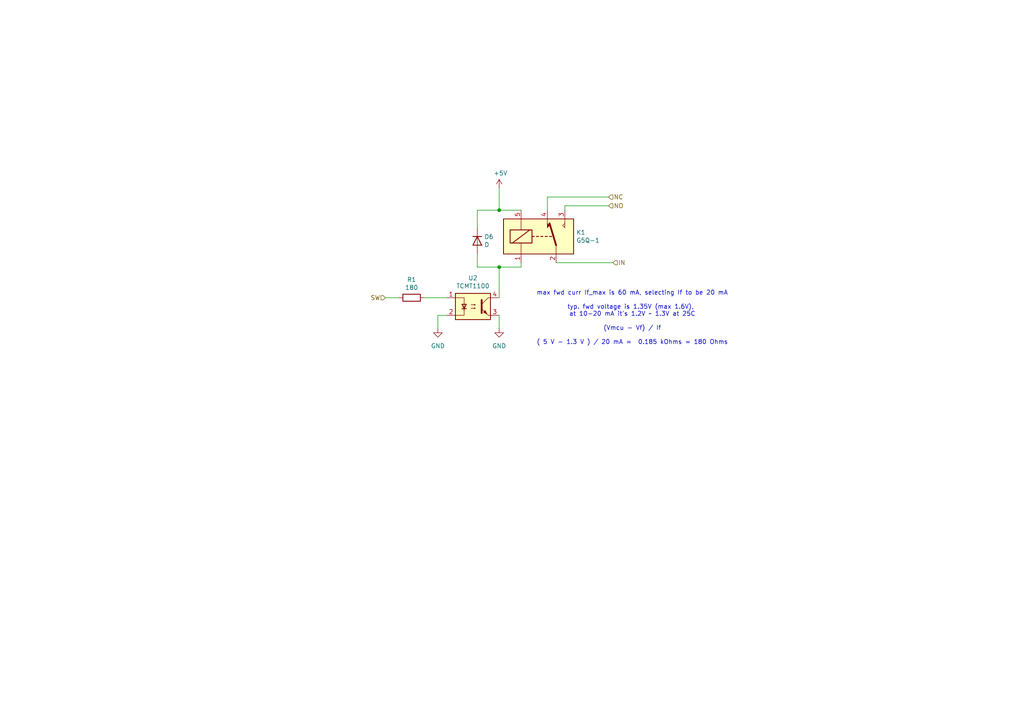
<source format=kicad_sch>
(kicad_sch (version 20231120) (generator "eeschema") (generator_version "8.0")
  (paper "A4")
  (lib_symbols
    (symbol "BREAD_Slice-rescue:R-OCI_UPL_1_Resistors" (pin_numbers hide) (pin_names (offset 0))
      (property "Reference" "R" (at 0 2.032 0))
      (property "Value" "R-OCI_UPL_1_Resistors" (at 0 0 0))
      (symbol "R-OCI_UPL_1_Resistors_0_1"
        (rectangle (start 2.54 -1.016) (end -2.54 1.016) (stroke (width 0.254)))
      )
      (symbol "R-OCI_UPL_1_Resistors_1_1"
        (pin passive line (at -3.81 0 0) (length 1.27) (name "~") (number "1"))
        (pin passive line (at 3.81 0 180) (length 1.27) (name "~") (number "2"))
      )
    )
    (symbol "Device:D" (pin_numbers hide) (pin_names (offset 1.016) hide)
      (property "Reference" "D" (at 0 2.54 0))
      (property "Value" "D" (at 0 -2.54 0))
      (symbol "D_0_1"
        (polyline (pts (xy -1.27 1.27) (xy -1.27 -1.27)) (stroke (width 0.254)))
        (polyline (pts (xy 1.27 0) (xy -1.27 0)))
        (polyline (pts (xy 1.27 1.27) (xy 1.27 -1.27) (xy -1.27 0) (xy 1.27 1.27)) (stroke (width 0.254)))
      )
      (symbol "D_1_1"
        (pin passive line (at -3.81 0 0) (length 2.54) (name "K") (number "1"))
        (pin passive line (at 3.81 0 180) (length 2.54) (name "A") (number "2"))
      )
    )
    (symbol "Isolator:TCMT1100" (pin_names (offset 1.016))
      (property "Reference" "U" (at 0 5.08 0))
      (property "Value" "TCMT1100" (at 0 -5.08 0))
      (symbol "TCMT1100_1_1"
        (rectangle (start -5.08 3.81) (end 5.08 -3.81) (stroke (width 0.254)) (fill (type background)))
        (polyline (pts (xy -3.175 -0.635) (xy -1.905 -0.635)) (stroke (width 0.254)))
        (polyline (pts (xy 2.54 0.635) (xy 4.445 2.54)))
        (polyline (pts (xy 4.445 -2.54) (xy 2.54 -0.635)) (fill (type outline)))
        (polyline (pts (xy 4.445 -2.54) (xy 5.08 -2.54)))
        (polyline (pts (xy 4.445 2.54) (xy 5.08 2.54)))
        (polyline (pts (xy -2.54 -0.635) (xy -2.54 -2.54) (xy -5.08 -2.54)))
        (polyline (pts (xy 2.54 1.905) (xy 2.54 -1.905) (xy 2.54 -1.905)) (stroke (width 0.508)))
        (polyline (pts (xy -5.08 2.54) (xy -2.54 2.54) (xy -2.54 -1.27) (xy -2.54 0.635)))
        (polyline (pts (xy -2.54 -0.635) (xy -3.175 0.635) (xy -1.905 0.635) (xy -2.54 -0.635)) (stroke (width 0.254)))
        (polyline (pts (xy -0.508 -0.508) (xy 0.762 -0.508) (xy 0.381 -0.635) (xy 0.381 -0.381) (xy 0.762 -0.508)))
        (polyline (pts (xy -0.508 0.508) (xy 0.762 0.508) (xy 0.381 0.381) (xy 0.381 0.635) (xy 0.762 0.508)))
        (polyline (pts (xy 3.048 -1.651) (xy 3.556 -1.143) (xy 4.064 -2.159) (xy 3.048 -1.651) (xy 3.048 -1.651)) (fill (type outline)))
        (pin passive line (at -7.62 2.54 0) (length 2.54) (name "~") (number "1"))
        (pin passive line (at -7.62 -2.54 0) (length 2.54) (name "~") (number "2"))
        (pin passive line (at 7.62 -2.54 180) (length 2.54) (name "~") (number "3"))
        (pin passive line (at 7.62 2.54 180) (length 2.54) (name "~") (number "4"))
      )
    )
    (symbol "Relay:G5Q-1"
      (property "Reference" "K" (at 11.43 3.81 0))
      (property "Value" "G5Q-1" (at 11.43 1.27 0))
      (symbol "G5Q-1_0_0"
        (polyline (pts (xy 7.62 5.08) (xy 7.62 2.54) (xy 6.985 3.175) (xy 7.62 3.81)))
      )
      (symbol "G5Q-1_0_1"
        (rectangle (start -10.16 5.08) (end 10.16 -5.08) (stroke (width 0.254)) (fill (type background)))
        (rectangle (start -8.255 1.905) (end -1.905 -1.905) (stroke (width 0.254)))
        (polyline (pts (xy -7.62 -1.905) (xy -2.54 1.905)) (stroke (width 0.254)))
        (polyline (pts (xy -5.08 -5.08) (xy -5.08 -1.905)))
        (polyline (pts (xy -5.08 5.08) (xy -5.08 1.905)))
        (polyline (pts (xy -1.905 0) (xy -1.27 0)) (stroke (width 0.254)))
        (polyline (pts (xy -0.635 0) (xy 0 0)) (stroke (width 0.254)))
        (polyline (pts (xy 0.635 0) (xy 1.27 0)) (stroke (width 0.254)))
        (polyline (pts (xy 1.905 0) (xy 2.54 0)) (stroke (width 0.254)))
        (polyline (pts (xy 3.175 0) (xy 3.81 0)) (stroke (width 0.254)))
        (polyline (pts (xy 5.08 -2.54) (xy 3.175 3.81)) (stroke (width 0.508)))
        (polyline (pts (xy 5.08 -2.54) (xy 5.08 -5.08)))
        (polyline (pts (xy 2.54 5.08) (xy 2.54 2.54) (xy 3.175 3.175) (xy 2.54 3.81)) (fill (type outline)))
      )
      (symbol "G5Q-1_1_1"
        (pin passive line (at -5.08 -7.62 90) (length 2.54) (name "~") (number "1"))
        (pin passive line (at 5.08 -7.62 90) (length 2.54) (name "~") (number "2"))
        (pin passive line (at 7.62 7.62 270) (length 2.54) (name "~") (number "3"))
        (pin passive line (at 2.54 7.62 270) (length 2.54) (name "~") (number "4"))
        (pin passive line (at -5.08 7.62 270) (length 2.54) (name "~") (number "5"))
      )
    )
    (symbol "power:+5V" (power) (pin_names (offset 0))
      (property "Value" "+5V" (at 0 3.556 0))
      (symbol "+5V_0_1"
        (polyline (pts (xy -0.762 1.27) (xy 0 2.54)))
        (polyline (pts (xy 0 0) (xy 0 2.54)))
        (polyline (pts (xy 0 2.54) (xy 0.762 1.27)))
      )
      (symbol "+5V_1_1"
        (pin power_in line (at 0 0 90) (length 0) hide (name "+5V") (number "1"))
      )
    )
    (symbol "power:GND" (power) (pin_names (offset 0))
      (property "Value" "GND" (at 0 -3.81 0))
      (symbol "GND_0_1"
        (polyline (pts (xy 0 0) (xy 0 -1.27) (xy 1.27 -1.27) (xy 0 -2.54) (xy -1.27 -1.27) (xy 0 -1.27)))
      )
      (symbol "GND_1_1"
        (pin power_in line (at 0 0 270) (length 0) hide (name "GND") (number "1"))
      )
    )
  )
  (junction (at 144.78 60.96))
  (junction (at 144.78 77.47))
  (wire (pts (xy 144.78 77.47) (xy 144.78 86.36)))
  (wire (pts (xy 158.75 57.15) (xy 176.53 57.15)))
  (wire (pts (xy 158.75 60.96) (xy 158.75 57.15)))
  (wire (pts (xy 163.83 59.69) (xy 176.53 59.69)))
  (wire (pts (xy 111.76 86.36) (xy 115.57 86.36)))
  (wire (pts (xy 151.13 60.96) (xy 144.78 60.96)))
  (wire (pts (xy 129.54 91.44) (xy 127 91.44)))
  (wire (pts (xy 144.78 54.61) (xy 144.78 60.96)))
  (wire (pts (xy 127 91.44) (xy 127 95.25)))
  (wire (pts (xy 138.43 73.66) (xy 138.43 77.47)))
  (wire (pts (xy 144.78 91.44) (xy 144.78 95.25)))
  (wire (pts (xy 161.29 76.2) (xy 177.8 76.2)))
  (wire (pts (xy 138.43 60.96) (xy 144.78 60.96)))
  (wire (pts (xy 138.43 66.04) (xy 138.43 60.96)))
  (wire (pts (xy 123.19 86.36) (xy 129.54 86.36)))
  (wire (pts (xy 151.13 77.47) (xy 144.78 77.47)))
  (wire (pts (xy 151.13 77.47) (xy 151.13 76.2)))
  (wire (pts (xy 163.83 60.96) (xy 163.83 59.69)))
  (wire (pts (xy 138.43 77.47) (xy 144.78 77.47)))
  (text "max fwd curr If_max is 60 mA, selecting If to be 20 mA\n\ntyp. fwd voltage is 1.35V (max 1.6V), \nat 10-20 mA it's 1.2V ~ 1.3V at 25C\n\n(Vmcu - Vf) / If\n\n( 5 V - 1.3 V ) / 20 mA =  0.185 kOhms = 180 Ohms" (at 183.388 92.202 0) (effects (font (size 1.27 1.27))))
  (hierarchical_label "IN" (shape input) (at 177.8 76.2 0))
  (hierarchical_label "NC" (shape input) (at 176.53 57.15 0))
  (hierarchical_label "SW" (shape input) (at 111.76 86.36 180))
  (hierarchical_label "NO" (shape input) (at 176.53 59.69 0))
  (symbol (lib_id "Isolator:TCMT1100") (at 137.16 88.9 0) (unit 1)
    (property "Reference" "U2" (at 137.16 80.645 0))
    (property "Value" "TCMT1100" (at 137.16 82.9564 0))
    (property "Footprint" "Package_SO:SOP-4_4.4x2.6mm_P1.27mm" (effects (hide yes)))
    (property "Datasheet" "http://www.vishay.com/docs/83510/tcmt1100.pdf" (effects (hide yes)))
    (instances (project "BREAD_Slice" (path "" (reference "U2") (unit 1)) (path "" (reference "U3") (unit 1)) (path "" (reference "U4") (unit 1)) (path "" (reference "U5") (unit 1))))
  )
  (symbol (lib_id "power:GND") (at 127 95.25 0) (unit 1)
    (property "Reference" "#PWR022" (effects (hide yes)))
    (property "Value" "GND" (at 127 100.33 0))
    (instances (project "BREAD_Slice" (path "" (reference "#PWR022") (unit 1)) (path "" (reference "#PWR025") (unit 1)) (path "" (reference "#PWR028") (unit 1)) (path "" (reference "#PWR031") (unit 1))))
  )
  (symbol (lib_id "power:+5V") (at 144.78 54.61 0) (unit 1)
    (property "Reference" "#PWR023" (effects (hide yes)))
    (property "Value" "+5V" (at 145.161 50.2158 0))
    (instances (project "BREAD_Slice" (path "" (reference "#PWR023") (unit 1)) (path "" (reference "#PWR026") (unit 1)) (path "" (reference "#PWR029") (unit 1)) (path "" (reference "#PWR032") (unit 1))))
  )
  (symbol (lib_id "power:GND") (at 144.78 95.25 0) (unit 1)
    (property "Reference" "#PWR024" (effects (hide yes)))
    (property "Value" "GND" (at 144.78 100.33 0))
    (instances (project "BREAD_Slice" (path "" (reference "#PWR024") (unit 1)) (path "" (reference "#PWR027") (unit 1)) (path "" (reference "#PWR030") (unit 1)) (path "" (reference "#PWR033") (unit 1))))
  )
  (symbol (lib_id "Device:D") (at 138.43 69.85 270) (unit 1)
    (property "Reference" "D6" (at 140.462 68.6816 90) (effects (justify left)))
    (property "Value" "D" (at 140.462 70.993 90) (effects (justify left)))
    (property "Footprint" "Diode_SMD:D_1206_3216Metric_Pad1.42x1.75mm_HandSolder" (effects (hide yes)))
    (instances (project "BREAD_Slice" (path "" (reference "D6") (unit 1)) (path "" (reference "D7") (unit 1)) (path "" (reference "D8") (unit 1)) (path "" (reference "D9") (unit 1))))
  )
  (symbol (lib_id "BREAD_Slice-rescue:R-OCI_UPL_1_Resistors") (at 119.38 86.36 0) (unit 1)
    (property "Reference" "R1" (at 119.38 81.1022 0))
    (property "Value" "180" (at 119.38 83.4136 0))
    (property "Footprint" "Resistor_SMD:R_1206_3216Metric_Pad1.30x1.75mm_HandSolder" (effects (hide yes)))
    (instances (project "BREAD_Slice" (path "" (reference "R1") (unit 1)) (path "" (reference "R2") (unit 1)) (path "" (reference "R3") (unit 1)) (path "" (reference "R4") (unit 1))))
  )
  (symbol (lib_id "Relay:G5Q-1") (at 156.21 68.58 0) (unit 1)
    (property "Reference" "K1" (at 167.132 67.4116 0) (effects (justify left)))
    (property "Value" "G5Q-1" (at 167.132 69.723 0) (effects (justify left)))
    (property "Footprint" "Relay_THT:Relay_SPDT_Omron-G5Q-1" (effects (hide yes)))
    (property "Datasheet" "https://www.omron.com/ecb/products/pdf/en-g5q.pdf" (effects (hide yes)))
    (instances (project "BREAD_Slice" (path "" (reference "K1") (unit 1)) (path "" (reference "K2") (unit 1)) (path "" (reference "K3") (unit 1)) (path "" (reference "K4") (unit 1))))
  )
)
</source>
